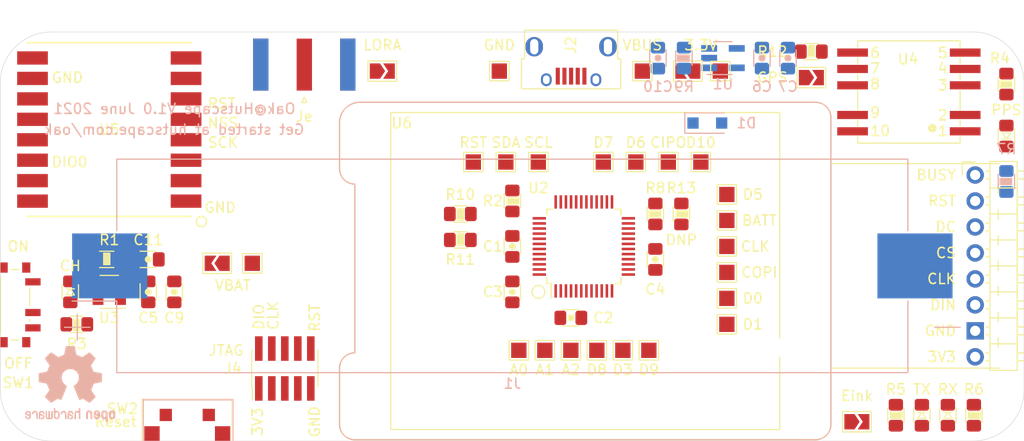
<source format=kicad_pcb>
(kicad_pcb (version 20171130) (host pcbnew "(5.1.9-0-10_14)")
  (title_block (title Oak) (date 2021-05-10) (rev V1.0) (company Hutscape) (comment 1 "Description: Measure outdoor distance between 2 keychain holders") (comment 2 "License: CC-BY-SA 4.0 or TAPR") (comment 3 "Project website: https://hutscape.com/oak") (comment 4 "Authored by: Sayanee Basu <sayanee@gmail.com>"))
  (layers (0 F.Cu signal hide) (31 B.Cu signal) (34 B.Paste user) (35 F.Paste user hide) (36 B.SilkS user) (37 F.SilkS user hide) (38 B.Mask user) (39 F.Mask user hide) (44 Edge.Cuts user))
  (net 0 "")
  (net 1 "Net-(C1-Pad2)")
  (net 2 GND)
  (net 3 +3V3)
  (net 4 "Net-(C5-Pad2)")
  (net 5 "Net-(C6-Pad1)")
  (net 6 /VBUS)
  (net 7 /VBAT)
  (net 8 "Net-(D2-Pad1)")
  (net 9 "Net-(D3-Pad2)")
  (net 10 "Net-(D3-Pad1)")
  (net 11 /TX_LED)
  (net 12 "Net-(D4-Pad2)")
  (net 13 "Net-(D5-Pad2)")
  (net 14 /RX_LED)
  (net 15 "Net-(J1-Pad1)")
  (net 16 "Net-(J2-Pad6)")
  (net 17 "Net-(J2-Pad4)")
  (net 18 /USB_D+)
  (net 19 /USB_D-)
  (net 20 "Net-(J3-Pad1)")
  (net 21 /SWDIO)
  (net 22 /SWCLK)
  (net 23 "Net-(J4-Pad6)")
  (net 24 "Net-(J4-Pad7)")
  (net 25 "Net-(J4-Pad8)")
  (net 26 /RST)
  (net 27 /D0)
  (net 28 /BATT)
  (net 29 /D6)
  (net 30 /D8)
  (net 31 /D10)
  (net 32 /D1)
  (net 33 /D3)
  (net 34 /D5)
  (net 35 /D7)
  (net 36 /D9)
  (net 37 /CIPO)
  (net 38 /SDA)
  (net 39 /A0)
  (net 40 /A2)
  (net 41 /CLK)
  (net 42 /SCL)
  (net 43 /A1)
  (net 44 "Net-(JP3-Pad2)")
  (net 45 "Net-(JP4-Pad2)")
  (net 46 "Net-(JP5-Pad2)")
  (net 47 "Net-(R1-Pad2)")
  (net 48 "Net-(R3-Pad2)")
  (net 49 "Net-(R4-Pad2)")
  (net 50 "Net-(R9-Pad1)")
  (net 51 "Net-(SW1-Pad3)")
  (net 52 "Net-(U1-Pad4)")
  (net 53 "Net-(U2-Pad1)")
  (net 54 "Net-(U2-Pad2)")
  (net 55 "Net-(U2-Pad4)")
  (net 56 "Net-(U2-Pad9)")
  (net 57 "Net-(U2-Pad10)")
  (net 58 "Net-(U2-Pad21)")
  (net 59 "Net-(U2-Pad22)")
  (net 60 "Net-(U2-Pad25)")
  (net 61 "Net-(U2-Pad26)")
  (net 62 "Net-(U2-Pad37)")
  (net 63 "Net-(U2-Pad38)")
  (net 64 "Net-(U2-Pad41)")
  (net 65 "Net-(U2-Pad47)")
  (net 66 "Net-(U4-Pad1)")
  (net 67 "Net-(U4-Pad2)")
  (net 68 "Net-(U4-Pad8)")
  (net 69 "Net-(U4-Pad9)")
  (net 70 "Net-(U5-Pad16)")
  (net 71 "Net-(U5-Pad7)")
  (net 72 "Net-(U5-Pad15)")
  (net 73 "Net-(U5-Pad12)")
  (net 74 "Net-(U5-Pad11)")
  (net 75 /COPI)
  (net 76 "Net-(U2-Pad13)")
  (module Waveshare_1.54_E-ink:Waveshare_1.54_E-Ink (layer F.Cu) (at 151.13 92.71)
    (fp_text reference U6 (at -18.415 -13.97) (layer F.SilkS))
    (fp_text value Waveshare_1in54_epaper)
    (fp_text user 3V3 (at 35.814 8.89) (layer F.SilkS) (effects (justify right)))
    (fp_text user GND (at 35.814 6.35) (layer F.SilkS) (effects (justify right)))
    (fp_text user DIN (at 35.814 3.81) (layer F.SilkS) (effects (justify right)))
    (fp_text user CLK (at 35.814 1.27) (layer F.SilkS) (effects (justify right)))
    (fp_text user CS (at 35.814 -1.27) (layer F.SilkS) (effects (justify right)))
    (fp_text user DC (at 35.814 -3.81) (layer F.SilkS) (effects (justify right)))
    (fp_text user RST (at 35.814 -6.35) (layer F.SilkS) (effects (justify right)))
    (fp_text user BUSY (at 35.814 -8.89) (layer F.SilkS) (effects (justify right)))
    (pad 2 thru_hole oval (at 37.592 -6.35) (size 1.7 1.7) (drill 1) (layers *.Cu *.Mask) (net 30 /D8))
    (pad 1 thru_hole oval (at 37.592 -8.89) (size 1.7 1.7) (drill 1) (layers *.Cu *.Mask) (net 35 /D7))
    (pad 4 thru_hole oval (at 37.592 -1.27) (size 1.7 1.7) (drill 1) (layers *.Cu *.Mask) (net 31 /D10))
    (pad 8 thru_hole oval (at 37.592 8.89) (size 1.7 1.7) (drill 1) (layers *.Cu *.Mask) (net 46 "Net-(JP5-Pad2)"))
    (pad 3 thru_hole oval (at 37.592 -3.81) (size 1.7 1.7) (drill 1) (layers *.Cu *.Mask) (net 36 /D9))
    (pad 7 thru_hole rect (at 37.592 6.35) (size 1.7 1.7) (drill 1) (layers *.Cu *.Mask) (net 2 GND))
    (pad 5 thru_hole oval (at 37.592 1.27) (size 1.7 1.7) (drill 1) (layers *.Cu *.Mask) (net 41 /CLK))
    (pad 6 thru_hole oval (at 37.592 3.81) (size 1.7 1.7) (drill 1) (layers *.Cu *.Mask) (net 75 /COPI))
    (pad "" np_thru_hole circle (at 21 14.5) (size 3.2 3.2) (drill 3.2) (layers *.Cu *.Mask))
    (pad "" np_thru_hole circle (at 21 -13.5) (size 3.2 3.2) (drill 3.2) (layers *.Cu *.Mask))
    (pad "" np_thru_hole circle (at -22 -13.5) (size 3.2 3.2) (drill 3.2) (layers *.Cu *.Mask))
    (pad "" np_thru_hole circle (at -22 14.5) (size 3.2 3.2) (drill 3.2) (layers *.Cu *.Mask))
  )
  (module Symbol:OSHW-Logo2_9.8x8mm_SilkScreen (layer B.Cu) (at 100.33 104.267 180)
    (fp_text reference REF** hide)
    (fp_text value OSHW-Logo2_9.8x8mm_SilkScreen hide)
  )
  (module HopeRF_RFM95:HopeRF_RFM9X-SMD (layer F.Cu) (at 104.14 79.375 180)
    (fp_text reference U5 (at 0 0) (layer F.SilkS))
    (fp_text value RFM95)
    (pad 9 smd rect (at 7 7 180) (size 3 1.3) (drill (offset 0.5 0)) (layers F.Cu F.Paste F.Mask) (net 20 "Net-(J3-Pad1)"))
    (pad 10 smd rect (at 7 5 180) (size 3 1.3) (drill (offset 0.5 0)) (layers F.Cu F.Paste F.Mask) (net 2 GND))
    (pad 11 smd rect (at 7 3 180) (size 3 1.3) (drill (offset 0.5 0)) (layers F.Cu F.Paste F.Mask) (net 74 "Net-(U5-Pad11)"))
    (pad 12 smd rect (at 7 1 180) (size 3 1.3) (drill (offset 0.5 0)) (layers F.Cu F.Paste F.Mask) (net 73 "Net-(U5-Pad12)"))
    (pad 13 smd rect (at 7 -1 180) (size 3 1.3) (drill (offset 0.5 0)) (layers F.Cu F.Paste F.Mask) (net 45 "Net-(JP4-Pad2)"))
    (pad 14 smd rect (at 7 -3 180) (size 3 1.3) (drill (offset 0.5 0)) (layers F.Cu F.Paste F.Mask) (net 32 /D1))
    (pad 15 smd rect (at 7 -5 180) (size 3 1.3) (drill (offset 0.5 0)) (layers F.Cu F.Paste F.Mask) (net 72 "Net-(U5-Pad15)"))
    (pad 8 smd rect (at -7 7 180) (size 3 1.3) (drill (offset -0.5 0)) (layers F.Cu F.Paste F.Mask) (net 2 GND))
    (pad 7 smd rect (at -7 5 180) (size 3 1.3) (drill (offset -0.5 0)) (layers F.Cu F.Paste F.Mask) (net 71 "Net-(U5-Pad7)"))
    (pad 6 smd rect (at -7 3 180) (size 3 1.3) (drill (offset -0.5 0)) (layers F.Cu F.Paste F.Mask) (net 29 /D6))
    (pad 5 smd rect (at -7 1 180) (size 3 1.3) (drill (offset -0.5 0)) (layers F.Cu F.Paste F.Mask) (net 34 /D5))
    (pad 4 smd rect (at -7 -1 180) (size 3 1.3) (drill (offset -0.5 0)) (layers F.Cu F.Paste F.Mask) (net 41 /CLK))
    (pad 3 smd rect (at -7 -3 180) (size 3 1.3) (drill (offset -0.5 0)) (layers F.Cu F.Paste F.Mask) (net 75 /COPI))
    (pad 2 smd rect (at -7 -5 180) (size 3 1.3) (drill (offset -0.5 0)) (layers F.Cu F.Paste F.Mask) (net 37 /CIPO))
    (pad 16 smd rect (at 7 -7 180) (size 3 1.3) (drill (offset 0.5 0)) (layers F.Cu F.Paste F.Mask) (net 70 "Net-(U5-Pad16)"))
    (pad 1 smd rect (at -7 -7 180) (size 3 1.3) (drill (offset -0.5 0)) (layers F.Cu F.Paste F.Mask) (net 2 GND))
  )
  (module CDTop_PA1010D_GPS:CDTop_MT3333_PA1010D (layer F.Cu) (at 182.245 76.2 180)
    (fp_text reference U4 (at 0.07 3.71) (layer F.SilkS))
    (fp_text value PA1010D)
    (fp_text user 10 (at 2.794 -3.302) (layer F.SilkS))
    (fp_text user 9 (at 3.302 -1.524) (layer F.SilkS))
    (fp_text user 8 (at 3.302 1.27) (layer F.SilkS))
    (fp_text user 7 (at 3.302 2.794) (layer F.SilkS))
    (fp_text user 6 (at 3.302 4.318) (layer F.SilkS))
    (fp_text user 5 (at -3.302 4.318) (layer F.SilkS))
    (fp_text user 4 (at -3.302 2.794) (layer F.SilkS))
    (fp_text user 3 (at -3.302 1.143) (layer F.SilkS))
    (fp_text user 2 (at -3.302 -1.778) (layer F.SilkS))
    (fp_text user 1 (at -3.302 -3.302) (layer F.SilkS))
    (pad 10 smd rect (at 5.5 -3.35 180) (size 3 0.8) (layers F.Cu F.Paste F.Mask) (net 44 "Net-(JP3-Pad2)"))
    (pad 9 smd rect (at 5.5 -1.75 180) (size 3 0.8) (layers F.Cu F.Paste F.Mask) (net 69 "Net-(U4-Pad9)"))
    (pad 8 smd rect (at 5.5 1.15 180) (size 3 0.8) (layers F.Cu F.Paste F.Mask) (net 68 "Net-(U4-Pad8)"))
    (pad 7 smd rect (at 5.5 2.75 180) (size 3 0.8) (layers F.Cu F.Paste F.Mask) (net 2 GND))
    (pad 6 smd rect (at 5.5 4.35 180) (size 3 0.8) (layers F.Cu F.Paste F.Mask) (net 33 /D3))
    (pad 5 smd rect (at -5.5 4.35 180) (size 3 0.8) (layers F.Cu F.Paste F.Mask) (net 49 "Net-(R4-Pad2)"))
    (pad 4 smd rect (at -5.5 2.75 180) (size 3 0.8) (layers F.Cu F.Paste F.Mask) (net 27 /D0))
    (pad 3 smd rect (at -5.5 1.15 180) (size 3 0.8) (layers F.Cu F.Paste F.Mask) (net 9 "Net-(D3-Pad2)"))
    (pad 2 smd rect (at -5.5 -1.75 180) (size 3 0.8) (layers F.Cu F.Paste F.Mask) (net 67 "Net-(U4-Pad2)"))
    (pad 1 smd rect (at -5.5 -3.35 180) (size 3 0.8) (layers F.Cu F.Paste F.Mask) (net 66 "Net-(U4-Pad1)"))
    (pad "" np_thru_hole circle (at 0 0 180) (size 3 3) (drill 3) (layers *.Cu *.Mask))
  )
  (module Package_TO_SOT_SMD:SOT-23-5 (layer F.Cu) (at 104.14 95.25 180)
    (fp_text reference U3 (at 0 -2.54) (layer F.SilkS))
    (fp_text value MCP7383 hide)
    (pad 5 smd rect (at 1.1 -0.95 180) (size 1.06 0.65) (layers F.Cu F.Paste F.Mask) (net 48 "Net-(R3-Pad2)"))
    (pad 4 smd rect (at 1.1 0.95 180) (size 1.06 0.65) (layers F.Cu F.Paste F.Mask) (net 6 /VBUS))
    (pad 3 smd rect (at -1.1 0.95 180) (size 1.06 0.65) (layers F.Cu F.Paste F.Mask) (net 4 "Net-(C5-Pad2)"))
    (pad 2 smd rect (at -1.1 0 180) (size 1.06 0.65) (layers F.Cu F.Paste F.Mask) (net 2 GND))
    (pad 1 smd rect (at -1.1 -0.95 180) (size 1.06 0.65) (layers F.Cu F.Paste F.Mask) (net 47 "Net-(R1-Pad2)"))
  )
  (module Package_QFP:TQFP-48_7x7mm_P0.5mm (layer F.Cu) (at 150.495 90.805 90)
    (fp_text reference U2 (at 5.715 -4.445 180) (layer F.SilkS))
    (fp_text value ATSAMD21)
    (pad 48 smd rect (at -2.75 -4.35 180) (size 1.3 0.25) (layers F.Cu F.Paste F.Mask) (net 14 /RX_LED))
    (pad 47 smd rect (at -2.25 -4.35 180) (size 1.3 0.25) (layers F.Cu F.Paste F.Mask) (net 65 "Net-(U2-Pad47)"))
    (pad 46 smd rect (at -1.75 -4.35 180) (size 1.3 0.25) (layers F.Cu F.Paste F.Mask) (net 21 /SWDIO))
    (pad 45 smd rect (at -1.25 -4.35 180) (size 1.3 0.25) (layers F.Cu F.Paste F.Mask) (net 22 /SWCLK))
    (pad 44 smd rect (at -0.75 -4.35 180) (size 1.3 0.25) (layers F.Cu F.Paste F.Mask) (net 3 +3V3))
    (pad 43 smd rect (at -0.25 -4.35 180) (size 1.3 0.25) (layers F.Cu F.Paste F.Mask) (net 1 "Net-(C1-Pad2)"))
    (pad 42 smd rect (at 0.25 -4.35 180) (size 1.3 0.25) (layers F.Cu F.Paste F.Mask) (net 2 GND))
    (pad 41 smd rect (at 0.75 -4.35 180) (size 1.3 0.25) (layers F.Cu F.Paste F.Mask) (net 64 "Net-(U2-Pad41)"))
    (pad 40 smd rect (at 1.25 -4.35 180) (size 1.3 0.25) (layers F.Cu F.Paste F.Mask) (net 26 /RST))
    (pad 39 smd rect (at 1.75 -4.35 180) (size 1.3 0.25) (layers F.Cu F.Paste F.Mask) (net 11 /TX_LED))
    (pad 38 smd rect (at 2.25 -4.35 180) (size 1.3 0.25) (layers F.Cu F.Paste F.Mask) (net 63 "Net-(U2-Pad38)"))
    (pad 37 smd rect (at 2.75 -4.35 180) (size 1.3 0.25) (layers F.Cu F.Paste F.Mask) (net 62 "Net-(U2-Pad37)"))
    (pad 36 smd rect (at 4.35 -2.75 90) (size 1.3 0.25) (layers F.Cu F.Paste F.Mask) (net 3 +3V3))
    (pad 35 smd rect (at 4.35 -2.25 90) (size 1.3 0.25) (layers F.Cu F.Paste F.Mask) (net 2 GND))
    (pad 34 smd rect (at 4.35 -1.75 90) (size 1.3 0.25) (layers F.Cu F.Paste F.Mask) (net 18 /USB_D+))
    (pad 33 smd rect (at 4.35 -1.25 90) (size 1.3 0.25) (layers F.Cu F.Paste F.Mask) (net 19 /USB_D-))
    (pad 32 smd rect (at 4.35 -0.75 90) (size 1.3 0.25) (layers F.Cu F.Paste F.Mask) (net 42 /SCL))
    (pad 31 smd rect (at 4.35 -0.25 90) (size 1.3 0.25) (layers F.Cu F.Paste F.Mask) (net 38 /SDA))
    (pad 30 smd rect (at 4.35 0.25 90) (size 1.3 0.25) (layers F.Cu F.Paste F.Mask) (net 35 /D7))
    (pad 29 smd rect (at 4.35 0.75 90) (size 1.3 0.25) (layers F.Cu F.Paste F.Mask) (net 29 /D6))
    (pad 28 smd rect (at 4.35 1.25 90) (size 1.3 0.25) (layers F.Cu F.Paste F.Mask) (net 37 /CIPO))
    (pad 27 smd rect (at 4.35 1.75 90) (size 1.3 0.25) (layers F.Cu F.Paste F.Mask) (net 31 /D10))
    (pad 26 smd rect (at 4.35 2.25 90) (size 1.3 0.25) (layers F.Cu F.Paste F.Mask) (net 61 "Net-(U2-Pad26)"))
    (pad 25 smd rect (at 4.35 2.75 90) (size 1.3 0.25) (layers F.Cu F.Paste F.Mask) (net 60 "Net-(U2-Pad25)"))
    (pad 24 smd rect (at 2.75 4.35 180) (size 1.3 0.25) (layers F.Cu F.Paste F.Mask) (net 34 /D5))
    (pad 23 smd rect (at 2.25 4.35 180) (size 1.3 0.25) (layers F.Cu F.Paste F.Mask) (net 28 /BATT))
    (pad 22 smd rect (at 1.75 4.35 180) (size 1.3 0.25) (layers F.Cu F.Paste F.Mask) (net 59 "Net-(U2-Pad22)"))
    (pad 21 smd rect (at 1.25 4.35 180) (size 1.3 0.25) (layers F.Cu F.Paste F.Mask) (net 58 "Net-(U2-Pad21)"))
    (pad 20 smd rect (at 0.75 4.35 180) (size 1.3 0.25) (layers F.Cu F.Paste F.Mask) (net 41 /CLK))
    (pad 19 smd rect (at 0.25 4.35 180) (size 1.3 0.25) (layers F.Cu F.Paste F.Mask) (net 75 /COPI))
    (pad 18 smd rect (at -0.25 4.35 180) (size 1.3 0.25) (layers F.Cu F.Paste F.Mask) (net 2 GND))
    (pad 17 smd rect (at -0.75 4.35 180) (size 1.3 0.25) (layers F.Cu F.Paste F.Mask) (net 3 +3V3))
    (pad 16 smd rect (at -1.25 4.35 180) (size 1.3 0.25) (layers F.Cu F.Paste F.Mask) (net 27 /D0))
    (pad 15 smd rect (at -1.75 4.35 180) (size 1.3 0.25) (layers F.Cu F.Paste F.Mask) (net 32 /D1))
    (pad 14 smd rect (at -2.25 4.35 180) (size 1.3 0.25) (layers F.Cu F.Paste F.Mask) (net 33 /D3))
    (pad 13 smd rect (at -2.75 4.35 180) (size 1.3 0.25) (layers F.Cu F.Paste F.Mask) (net 76 "Net-(U2-Pad13)"))
    (pad 12 smd rect (at -4.35 2.75 90) (size 1.3 0.25) (layers F.Cu F.Paste F.Mask) (net 36 /D9))
    (pad 11 smd rect (at -4.35 2.25 90) (size 1.3 0.25) (layers F.Cu F.Paste F.Mask) (net 30 /D8))
    (pad 10 smd rect (at -4.35 1.75 90) (size 1.3 0.25) (layers F.Cu F.Paste F.Mask) (net 57 "Net-(U2-Pad10)"))
    (pad 9 smd rect (at -4.35 1.25 90) (size 1.3 0.25) (layers F.Cu F.Paste F.Mask) (net 56 "Net-(U2-Pad9)"))
    (pad 8 smd rect (at -4.35 0.75 90) (size 1.3 0.25) (layers F.Cu F.Paste F.Mask) (net 40 /A2))
    (pad 7 smd rect (at -4.35 0.25 90) (size 1.3 0.25) (layers F.Cu F.Paste F.Mask) (net 43 /A1))
    (pad 6 smd rect (at -4.35 -0.25 90) (size 1.3 0.25) (layers F.Cu F.Paste F.Mask) (net 3 +3V3))
    (pad 5 smd rect (at -4.35 -0.75 90) (size 1.3 0.25) (layers F.Cu F.Paste F.Mask) (net 2 GND))
    (pad 4 smd rect (at -4.35 -1.25 90) (size 1.3 0.25) (layers F.Cu F.Paste F.Mask) (net 55 "Net-(U2-Pad4)"))
    (pad 3 smd rect (at -4.35 -1.75 90) (size 1.3 0.25) (layers F.Cu F.Paste F.Mask) (net 39 /A0))
    (pad 2 smd rect (at -4.35 -2.25 90) (size 1.3 0.25) (layers F.Cu F.Paste F.Mask) (net 54 "Net-(U2-Pad2)"))
    (pad 1 smd rect (at -4.35 -2.75 90) (size 1.3 0.25) (layers F.Cu F.Paste F.Mask) (net 53 "Net-(U2-Pad1)"))
  )
  (module Package_TO_SOT_SMD:SOT-23-5_HandSoldering (layer B.Cu) (at 164.084 72.39)
    (fp_text reference U1 (at 0 2.54) (layer B.SilkS) (effects (justify mirror)))
    (fp_text value AP2112)
    (pad 5 smd rect (at 1.35 0.95) (size 1.56 0.65) (layers B.Cu B.Paste B.Mask) (net 5 "Net-(C6-Pad1)"))
    (pad 4 smd rect (at 1.35 -0.95) (size 1.56 0.65) (layers B.Cu B.Paste B.Mask) (net 52 "Net-(U1-Pad4)"))
    (pad 3 smd rect (at -1.35 -0.95) (size 1.56 0.65) (layers B.Cu B.Paste B.Mask) (net 50 "Net-(R9-Pad1)"))
    (pad 2 smd rect (at -1.35 0) (size 1.56 0.65) (layers B.Cu B.Paste B.Mask) (net 2 GND))
    (pad 1 smd rect (at -1.35 0.95) (size 1.56 0.65) (layers B.Cu B.Paste B.Mask) (net 6 /VBUS))
  )
  (module Push_Button:Tactile_pushbutton (layer F.Cu) (at 111.76 108.585 180)
    (fp_text reference SW2 (at 6.35 1.905) (layer F.SilkS))
    (fp_text value SW_Push)
    (pad "" smd rect (at -3.45 -0.55 180) (size 1.5 1.5) (layers F.Cu F.Paste F.Mask))
    (pad "" np_thru_hole circle (at 1.15 0 180) (size 0.9 0.9) (drill 0.9) (layers *.Cu *.Mask))
    (pad 1 smd rect (at -2.1 1.3 180) (size 1.2 1.2) (layers F.Cu F.Paste F.Mask) (net 26 /RST))
    (pad 2 smd rect (at 2.1 1.3 180) (size 1.2 1.2) (layers F.Cu F.Paste F.Mask) (net 2 GND))
    (pad "" np_thru_hole circle (at -1.15 0 180) (size 0.9 0.9) (drill 0.9) (layers *.Cu *.Mask))
    (pad "" smd rect (at 3.45 -0.55 180) (size 1.5 1.5) (layers F.Cu F.Paste F.Mask))
  )
  (module Button_Switch_SMD:SW_SPDT_PCM12 (layer F.Cu) (at 95.25 96.52 270)
    (fp_text reference SW1 (at 7.62 0 180) (layer F.SilkS))
    (fp_text value SW_SPDT hide)
    (pad "" smd rect (at -3.65 -0.78 270) (size 1 0.8) (layers F.Cu F.Paste F.Mask))
    (pad "" smd rect (at 3.65 -0.78 270) (size 1 0.8) (layers F.Cu F.Paste F.Mask))
    (pad "" smd rect (at 3.65 1.43 270) (size 1 0.8) (layers F.Cu F.Paste F.Mask))
    (pad "" smd rect (at -3.65 1.43 270) (size 1 0.8) (layers F.Cu F.Paste F.Mask))
    (pad 3 smd rect (at 2.25 -1.43 270) (size 0.7 1.5) (layers F.Cu F.Paste F.Mask) (net 51 "Net-(SW1-Pad3)"))
    (pad 2 smd rect (at 0.75 -1.43 270) (size 0.7 1.5) (layers F.Cu F.Paste F.Mask) (net 7 /VBAT))
    (pad 1 smd rect (at -2.25 -1.43 270) (size 0.7 1.5) (layers F.Cu F.Paste F.Mask) (net 15 "Net-(J1-Pad1)"))
    (pad "" np_thru_hole circle (at 1.5 0.33 270) (size 0.9 0.9) (drill 0.9) (layers *.Cu *.Mask))
    (pad "" np_thru_hole circle (at -1.5 0.33 270) (size 0.9 0.9) (drill 0.9) (layers *.Cu *.Mask))
  )
  (module Passives_0805:R_0805_2012Metric_Pad1.15x1.40mm_HandSolder (layer F.Cu) (at 160.02 87.63 270)
    (fp_text reference R13 (at -2.54 0 180) (layer F.SilkS))
    (fp_text value DNP)
    (pad 2 smd roundrect (at 1.025 0 270) (size 1.15 1.4) (layers F.Cu F.Paste F.Mask) (roundrect_rratio 0.217391) (net 41 /CLK))
    (pad 1 smd roundrect (at -1.025 0 270) (size 1.15 1.4) (layers F.Cu F.Paste F.Mask) (roundrect_rratio 0.217391) (net 3 +3V3))
  )
  (module Passives_0805:R_0805_2012Metric_Pad1.15x1.40mm_HandSolder (layer F.Cu) (at 172.72 71.755)
    (fp_text reference R12 (at -3.81 0) (layer F.SilkS))
    (fp_text value 10k)
    (pad 2 smd roundrect (at 1.025 0) (size 1.15 1.4) (layers F.Cu F.Paste F.Mask) (roundrect_rratio 0.217391) (net 33 /D3))
    (pad 1 smd roundrect (at -1.025 0) (size 1.15 1.4) (layers F.Cu F.Paste F.Mask) (roundrect_rratio 0.217391) (net 3 +3V3))
  )
  (module Passives_0805:R_0805_2012Metric_Pad1.15x1.40mm_HandSolder (layer F.Cu) (at 138.43 90.17)
    (fp_text reference R11 (at 0 1.905) (layer F.SilkS))
    (fp_text value 100k)
    (pad 2 smd roundrect (at 1.025 0) (size 1.15 1.4) (layers F.Cu F.Paste F.Mask) (roundrect_rratio 0.217391) (net 2 GND))
    (pad 1 smd roundrect (at -1.025 0) (size 1.15 1.4) (layers F.Cu F.Paste F.Mask) (roundrect_rratio 0.217391) (net 28 /BATT))
  )
  (module Passives_0805:R_0805_2012Metric_Pad1.15x1.40mm_HandSolder (layer F.Cu) (at 138.43 87.63 180)
    (fp_text reference R10 (at 0 1.905) (layer F.SilkS))
    (fp_text value 100k)
    (pad 2 smd roundrect (at 1.025 0 180) (size 1.15 1.4) (layers F.Cu F.Paste F.Mask) (roundrect_rratio 0.217391) (net 28 /BATT))
    (pad 1 smd roundrect (at -1.025 0 180) (size 1.15 1.4) (layers F.Cu F.Paste F.Mask) (roundrect_rratio 0.217391) (net 3 +3V3))
  )
  (module Passives_0805:R_0805_2012Metric_Pad1.15x1.40mm_HandSolder (layer B.Cu) (at 160.274 72.39 270)
    (fp_text reference R9 (at 2.785 0 180) (layer B.SilkS) (effects (justify mirror)))
    (fp_text value 100k)
    (pad 2 smd roundrect (at 1.025 0 270) (size 1.15 1.4) (layers B.Cu B.Paste B.Mask) (roundrect_rratio 0.217391) (net 6 /VBUS))
    (pad 1 smd roundrect (at -1.025 0 270) (size 1.15 1.4) (layers B.Cu B.Paste B.Mask) (roundrect_rratio 0.217391) (net 50 "Net-(R9-Pad1)"))
  )
  (module Passives_0805:R_0805_2012Metric_Pad1.15x1.40mm_HandSolder (layer F.Cu) (at 157.48 87.63 90)
    (fp_text reference R8 (at 2.54 0 180) (layer F.SilkS))
    (fp_text value 1k)
    (pad 2 smd roundrect (at 1.025 0 90) (size 1.15 1.4) (layers F.Cu F.Paste F.Mask) (roundrect_rratio 0.217391) (net 2 GND))
    (pad 1 smd roundrect (at -1.025 0 90) (size 1.15 1.4) (layers F.Cu F.Paste F.Mask) (roundrect_rratio 0.217391) (net 41 /CLK))
  )
  (module Passives_0805:R_0805_2012Metric_Pad1.15x1.40mm_HandSolder (layer B.Cu) (at 191.77 84.455 270)
    (fp_text reference R7 (at -3.175 0 180) (layer B.SilkS) (effects (justify mirror)))
    (fp_text value 1k)
    (pad 2 smd roundrect (at 1.025 0 270) (size 1.15 1.4) (layers B.Cu B.Paste B.Mask) (roundrect_rratio 0.217391) (net 2 GND))
    (pad 1 smd roundrect (at -1.025 0 270) (size 1.15 1.4) (layers B.Cu B.Paste B.Mask) (roundrect_rratio 0.217391) (net 10 "Net-(D3-Pad1)"))
  )
  (module Passives_0805:R_0805_2012Metric_Pad1.15x1.40mm_HandSolder (layer F.Cu) (at 188.595 107.315 270)
    (fp_text reference R6 (at -2.54 0 180) (layer F.SilkS))
    (fp_text value 1k)
    (pad 2 smd roundrect (at 1.025 0 270) (size 1.15 1.4) (layers F.Cu F.Paste F.Mask) (roundrect_rratio 0.217391) (net 13 "Net-(D5-Pad2)"))
    (pad 1 smd roundrect (at -1.025 0 270) (size 1.15 1.4) (layers F.Cu F.Paste F.Mask) (roundrect_rratio 0.217391) (net 3 +3V3))
  )
  (module Passives_0805:R_0805_2012Metric_Pad1.15x1.40mm_HandSolder (layer F.Cu) (at 180.975 107.315 270)
    (fp_text reference R5 (at -2.54 0 180) (layer F.SilkS))
    (fp_text value 1k)
    (pad 2 smd roundrect (at 1.025 0 270) (size 1.15 1.4) (layers F.Cu F.Paste F.Mask) (roundrect_rratio 0.217391) (net 12 "Net-(D4-Pad2)"))
    (pad 1 smd roundrect (at -1.025 0 270) (size 1.15 1.4) (layers F.Cu F.Paste F.Mask) (roundrect_rratio 0.217391) (net 3 +3V3))
  )
  (module Passives_0805:R_0805_2012Metric_Pad1.15x1.40mm_HandSolder (layer F.Cu) (at 191.77 74.93 90)
    (fp_text reference R4 (at 2.54 -0.635 180) (layer F.SilkS))
    (fp_text value 10k)
    (pad 2 smd roundrect (at 1.025 0 90) (size 1.15 1.4) (layers F.Cu F.Paste F.Mask) (roundrect_rratio 0.217391) (net 49 "Net-(R4-Pad2)"))
    (pad 1 smd roundrect (at -1.025 0 90) (size 1.15 1.4) (layers F.Cu F.Paste F.Mask) (roundrect_rratio 0.217391) (net 3 +3V3))
  )
  (module Passives_0805:R_0805_2012Metric_Pad1.15x1.40mm_HandSolder (layer F.Cu) (at 100.965 98.425 180)
    (fp_text reference R3 (at 0 -1.905) (layer F.SilkS))
    (fp_text value 10k)
    (pad 2 smd roundrect (at 1.025 0 180) (size 1.15 1.4) (layers F.Cu F.Paste F.Mask) (roundrect_rratio 0.217391) (net 48 "Net-(R3-Pad2)"))
    (pad 1 smd roundrect (at -1.025 0 180) (size 1.15 1.4) (layers F.Cu F.Paste F.Mask) (roundrect_rratio 0.217391) (net 2 GND))
  )
  (module Passives_0805:R_0805_2012Metric_Pad1.15x1.40mm_HandSolder (layer F.Cu) (at 143.51 86.36 270)
    (fp_text reference R2 (at 0 1.905 180) (layer F.SilkS))
    (fp_text value 10k)
    (pad 2 smd roundrect (at 1.025 0 270) (size 1.15 1.4) (layers F.Cu F.Paste F.Mask) (roundrect_rratio 0.217391) (net 26 /RST))
    (pad 1 smd roundrect (at -1.025 0 270) (size 1.15 1.4) (layers F.Cu F.Paste F.Mask) (roundrect_rratio 0.217391) (net 3 +3V3))
  )
  (module Passives_0805:R_0805_2012Metric_Pad1.15x1.40mm_HandSolder (layer F.Cu) (at 103.895 92.075)
    (fp_text reference R1 (at 0.245 -1.905) (layer F.SilkS))
    (fp_text value 1k)
    (pad 2 smd roundrect (at 1.025 0) (size 1.15 1.4) (layers F.Cu F.Paste F.Mask) (roundrect_rratio 0.217391) (net 47 "Net-(R1-Pad2)"))
    (pad 1 smd roundrect (at -1.025 0) (size 1.15 1.4) (layers F.Cu F.Paste F.Mask) (roundrect_rratio 0.217391) (net 8 "Net-(D2-Pad1)"))
  )
  (module Jumper:SolderJumper-2_P1.3mm_Open_TrianglePad1.0x1.5mm (layer F.Cu) (at 177.165 107.95)
    (fp_text reference JP5 hide)
    (fp_text value SolderJumper_2_Open hide)
    (pad 1 smd custom (at -0.725 0) (size 0.3 0.3) (layers F.Cu F.Mask) (net 3 +3V3) (options (clearance outline) (anchor rect)) (primitives (gr_poly (pts (xy -0.5 -0.75) (xy 0.5 -0.75) (xy 1 0) (xy 0.5 0.75) (xy -0.5 0.75)) (width 0))))
    (pad 2 smd custom (at 0.725 0) (size 0.3 0.3) (layers F.Cu F.Mask) (net 46 "Net-(JP5-Pad2)") (options (clearance outline) (anchor rect)) (primitives (gr_poly (pts (xy -0.65 -0.75) (xy 0.5 -0.75) (xy 0.5 0.75) (xy -0.65 0.75) (xy -0.15 0)) (width 0))))
  )
  (module Jumper:SolderJumper-2_P1.3mm_Open_TrianglePad1.0x1.5mm (layer F.Cu) (at 130.81 73.66)
    (fp_text reference JP4 hide)
    (fp_text value SolderJumper_2_Open hide)
    (pad 1 smd custom (at -0.725 0) (size 0.3 0.3) (layers F.Cu F.Mask) (net 3 +3V3) (options (clearance outline) (anchor rect)) (primitives (gr_poly (pts (xy -0.5 -0.75) (xy 0.5 -0.75) (xy 1 0) (xy 0.5 0.75) (xy -0.5 0.75)) (width 0))))
    (pad 2 smd custom (at 0.725 0) (size 0.3 0.3) (layers F.Cu F.Mask) (net 45 "Net-(JP4-Pad2)") (options (clearance outline) (anchor rect)) (primitives (gr_poly (pts (xy -0.65 -0.75) (xy 0.5 -0.75) (xy 0.5 0.75) (xy -0.65 0.75) (xy -0.15 0)) (width 0))))
  )
  (module Jumper:SolderJumper-2_P1.3mm_Open_TrianglePad1.0x1.5mm (layer F.Cu) (at 172.72 74.295)
    (fp_text reference JP3 hide)
    (fp_text value SolderJumper_2_Open hide)
    (pad 1 smd custom (at -0.725 0) (size 0.3 0.3) (layers F.Cu F.Mask) (net 3 +3V3) (options (clearance outline) (anchor rect)) (primitives (gr_poly (pts (xy -0.5 -0.75) (xy 0.5 -0.75) (xy 1 0) (xy 0.5 0.75) (xy -0.5 0.75)) (width 0))))
    (pad 2 smd custom (at 0.725 0) (size 0.3 0.3) (layers F.Cu F.Mask) (net 44 "Net-(JP3-Pad2)") (options (clearance outline) (anchor rect)) (primitives (gr_poly (pts (xy -0.65 -0.75) (xy 0.5 -0.75) (xy 0.5 0.75) (xy -0.65 0.75) (xy -0.15 0)) (width 0))))
  )
  (module Jumper:SolderJumper-2_P1.3mm_Open_TrianglePad1.0x1.5mm (layer F.Cu) (at 114.681 92.456 180)
    (fp_text reference JP2 hide)
    (fp_text value SolderJumper_2_Open hide)
    (pad 1 smd custom (at -0.725 0 180) (size 0.3 0.3) (layers F.Cu F.Mask) (net 7 /VBAT) (options (clearance outline) (anchor rect)) (primitives (gr_poly (pts (xy -0.5 -0.75) (xy 0.5 -0.75) (xy 1 0) (xy 0.5 0.75) (xy -0.5 0.75)) (width 0))))
    (pad 2 smd custom (at 0.725 0 180) (size 0.3 0.3) (layers F.Cu F.Mask) (net 4 "Net-(C5-Pad2)") (options (clearance outline) (anchor rect)) (primitives (gr_poly (pts (xy -0.65 -0.75) (xy 0.5 -0.75) (xy 0.5 0.75) (xy -0.65 0.75) (xy -0.15 0)) (width 0))))
  )
  (module Jumper:SolderJumper-2_P1.3mm_Open_TrianglePad1.0x1.5mm (layer F.Cu) (at 160.655 73.66 180)
    (fp_text reference JP1 hide)
    (fp_text value SolderJumper_2_Open hide)
    (pad 1 smd custom (at -0.725 0 180) (size 0.3 0.3) (layers F.Cu F.Mask) (net 3 +3V3) (options (clearance outline) (anchor rect)) (primitives (gr_poly (pts (xy -0.5 -0.75) (xy 0.5 -0.75) (xy 1 0) (xy 0.5 0.75) (xy -0.5 0.75)) (width 0))))
    (pad 2 smd custom (at 0.725 0 180) (size 0.3 0.3) (layers F.Cu F.Mask) (net 5 "Net-(C6-Pad1)") (options (clearance outline) (anchor rect)) (primitives (gr_poly (pts (xy -0.65 -0.75) (xy 0.5 -0.75) (xy 0.5 0.75) (xy -0.65 0.75) (xy -0.15 0)) (width 0))))
  )
  (module Connector_PinHeader_1.27mm:PinHeader_2x05_P1.27mm_Vertical_SMD (layer F.Cu) (at 121.285 102.743 90)
    (fp_text reference J4 (at 0 -5.08 180) (layer F.SilkS))
    (fp_text value Conn_ARM_JTAG_SWD_10 hide)
    (pad 10 smd rect (at 1.95 2.54 90) (size 2.4 0.74) (layers F.Cu F.Paste F.Mask) (net 26 /RST))
    (pad 9 smd rect (at -1.95 2.54 90) (size 2.4 0.74) (layers F.Cu F.Paste F.Mask) (net 2 GND))
    (pad 8 smd rect (at 1.95 1.27 90) (size 2.4 0.74) (layers F.Cu F.Paste F.Mask) (net 25 "Net-(J4-Pad8)"))
    (pad 7 smd rect (at -1.95 1.27 90) (size 2.4 0.74) (layers F.Cu F.Paste F.Mask) (net 24 "Net-(J4-Pad7)"))
    (pad 6 smd rect (at 1.95 0 90) (size 2.4 0.74) (layers F.Cu F.Paste F.Mask) (net 23 "Net-(J4-Pad6)"))
    (pad 5 smd rect (at -1.95 0 90) (size 2.4 0.74) (layers F.Cu F.Paste F.Mask) (net 2 GND))
    (pad 4 smd rect (at 1.95 -1.27 90) (size 2.4 0.74) (layers F.Cu F.Paste F.Mask) (net 22 /SWCLK))
    (pad 3 smd rect (at -1.95 -1.27 90) (size 2.4 0.74) (layers F.Cu F.Paste F.Mask) (net 2 GND))
    (pad 2 smd rect (at 1.95 -2.54 90) (size 2.4 0.74) (layers F.Cu F.Paste F.Mask) (net 21 /SWDIO))
    (pad 1 smd rect (at -1.95 -2.54 90) (size 2.4 0.74) (layers F.Cu F.Paste F.Mask) (net 3 +3V3))
  )
  (module Connector_Coaxial:SMA_Amphenol_132289_EdgeMount (layer F.Cu) (at 123.19 73.025 90)
    (fp_text reference Je (at -5.08 0) (layer F.SilkS))
    (fp_text value Conn_Coaxial)
    (pad 1 smd rect (at 0 0 180) (size 1.5 5.08) (layers F.Cu F.Paste F.Mask) (net 20 "Net-(J3-Pad1)"))
    (pad 2 smd rect (at 0 -4.25 180) (size 1.5 5.08) (layers F.Cu F.Paste F.Mask) (net 2 GND))
    (pad 2 smd rect (at 0 4.25 180) (size 1.5 5.08) (layers F.Cu F.Paste F.Mask) (net 2 GND))
    (pad 2 smd rect (at 0 -4.25 180) (size 1.5 5.08) (layers B.Cu B.Paste B.Mask) (net 2 GND))
    (pad 2 smd rect (at 0 4.25 180) (size 1.5 5.08) (layers B.Cu B.Paste B.Mask) (net 2 GND))
  )
  (module Connector_USB-B_Horizontal:USB_Micro-B_Horizontal-U254-051T-4BH23-S2B (layer F.Cu) (at 149.225 72.39 180)
    (fp_text reference J2 (at 0 1.27 270) (layer F.SilkS))
    (fp_text value USB_B_Micro)
    (pad 1 smd rect (at -1.325 -1.765 270) (size 1.65 0.4) (layers F.Cu F.Paste F.Mask) (net 6 /VBUS))
    (pad 2 smd rect (at -0.675 -1.765 270) (size 1.65 0.4) (layers F.Cu F.Paste F.Mask) (net 19 /USB_D-))
    (pad 3 smd rect (at -0.025 -1.765 270) (size 1.65 0.4) (layers F.Cu F.Paste F.Mask) (net 18 /USB_D+))
    (pad 4 smd rect (at 0.625 -1.765 270) (size 1.65 0.4) (layers F.Cu F.Paste F.Mask) (net 17 "Net-(J2-Pad4)"))
    (pad 5 smd rect (at 1.275 -1.765 270) (size 1.65 0.4) (layers F.Cu F.Paste F.Mask) (net 2 GND))
    (pad 6 thru_hole oval (at -2.445 -2.1136 180) (size 1.05 1.25) (drill oval 0.65 0.85) (layers *.Cu *.Mask) (net 16 "Net-(J2-Pad6)"))
    (pad 6 thru_hole oval (at 2.395 -2.1136 180) (size 1.05 1.25) (drill oval 0.65 0.85) (layers *.Cu *.Mask) (net 16 "Net-(J2-Pad6)"))
    (pad 6 thru_hole oval (at -3.625 1.115 180) (size 1.7 1.9) (drill oval 0.8 1.5) (layers *.Cu *.Mask) (net 16 "Net-(J2-Pad6)"))
    (pad 6 thru_hole oval (at 3.575 1.115 180) (size 1.7 1.9) (drill oval 0.8 1.5) (layers *.Cu *.Mask) (net 16 "Net-(J2-Pad6)"))
  )
  (module Battery:BatteryHolder_Keystone_1042_1x18650 (layer B.Cu) (at 143.51 92.71)
    (fp_text reference J1 (at 0 11.5) (layer B.SilkS) (effects (justify mirror)))
    (fp_text value "18650 Battery holder")
    (pad "" np_thru_hole circle (at -35.93 8) (size 2.39 2.39) (drill 2.39) (layers *.Cu *.Mask))
    (pad "" np_thru_hole circle (at -27.6 -8) (size 3.45 3.45) (drill 3.45) (layers *.Cu *.Mask))
    (pad "" np_thru_hole circle (at 27.6 8) (size 3.45 3.45) (drill 3.45) (layers *.Cu *.Mask))
    (pad 2 smd rect (at 39.33 0) (size 7.34 6.35) (layers B.Cu B.Paste B.Mask) (net 2 GND))
    (pad 1 smd rect (at -39.33 0) (size 7.34 6.35) (layers B.Cu B.Paste B.Mask) (net 15 "Net-(J1-Pad1)"))
  )
  (module Passives_0805:LED_0805_2012Metric_Pad1.15x1.40mm_HandSolder (layer F.Cu) (at 186.055 107.315 270)
    (fp_text reference D5 hide)
    (fp_text value YELLOW hide)
    (pad 2 smd roundrect (at 1.025 0 270) (size 1.15 1.4) (layers F.Cu F.Paste F.Mask) (roundrect_rratio 0.217) (net 13 "Net-(D5-Pad2)"))
    (pad 1 smd roundrect (at -1.025 0 270) (size 1.15 1.4) (layers F.Cu F.Paste F.Mask) (roundrect_rratio 0.217) (net 14 /RX_LED))
  )
  (module Passives_0805:LED_0805_2012Metric_Pad1.15x1.40mm_HandSolder (layer F.Cu) (at 183.515 107.315 270)
    (fp_text reference D4 hide)
    (fp_text value YELLOW hide)
    (pad 2 smd roundrect (at 1.025 0 270) (size 1.15 1.4) (layers F.Cu F.Paste F.Mask) (roundrect_rratio 0.217) (net 12 "Net-(D4-Pad2)"))
    (pad 1 smd roundrect (at -1.025 0 270) (size 1.15 1.4) (layers F.Cu F.Paste F.Mask) (roundrect_rratio 0.217) (net 11 /TX_LED))
  )
  (module Passives_0805:LED_0805_2012Metric_Pad1.15x1.40mm_HandSolder (layer F.Cu) (at 191.77 80.01 90)
    (fp_text reference D3 hide)
    (fp_text value RED)
    (pad 2 smd roundrect (at 1.025 0 90) (size 1.15 1.4) (layers F.Cu F.Paste F.Mask) (roundrect_rratio 0.217) (net 9 "Net-(D3-Pad2)"))
    (pad 1 smd roundrect (at -1.025 0 90) (size 1.15 1.4) (layers F.Cu F.Paste F.Mask) (roundrect_rratio 0.217) (net 10 "Net-(D3-Pad1)"))
  )
  (module Passives_0805:LED_0805_2012Metric_Pad1.15x1.40mm_HandSolder (layer F.Cu) (at 100.33 95.25 270)
    (fp_text reference D2 hide)
    (fp_text value ORANGE)
    (pad 2 smd roundrect (at 1.025 0 270) (size 1.15 1.4) (layers F.Cu F.Paste F.Mask) (roundrect_rratio 0.217) (net 6 /VBUS))
    (pad 1 smd roundrect (at -1.025 0 270) (size 1.15 1.4) (layers F.Cu F.Paste F.Mask) (roundrect_rratio 0.217) (net 8 "Net-(D2-Pad1)"))
  )
  (module Diode_SMD:D_SOD-123F (layer B.Cu) (at 162.56 78.74)
    (fp_text reference D1 (at 3.81 0) (layer B.SilkS) (effects (justify mirror)))
    (fp_text value D_Schottky)
    (pad 2 smd rect (at 1.4 0) (size 1.1 1.1) (layers B.Cu B.Paste B.Mask) (net 7 /VBAT))
    (pad 1 smd rect (at -1.4 0) (size 1.1 1.1) (layers B.Cu B.Paste B.Mask) (net 6 /VBUS))
  )
  (module Passives_0805:C_0805_2012Metric_Pad1.15x1.40mm_HandSolder (layer F.Cu) (at 107.95 92.075 180)
    (fp_text reference C11 (at 0 1.905) (layer F.SilkS))
    (fp_text value 10uF)
    (pad 2 smd roundrect (at 1.025 0 180) (size 1.15 1.4) (layers F.Cu F.Paste F.Mask) (roundrect_rratio 0.217391) (net 6 /VBUS))
    (pad 1 smd roundrect (at -1.025 0 180) (size 1.15 1.4) (layers F.Cu F.Paste F.Mask) (roundrect_rratio 0.217391) (net 2 GND))
  )
  (module Passives_0805:C_0805_2012Metric_Pad1.15x1.40mm_HandSolder (layer B.Cu) (at 157.734 72.39 90)
    (fp_text reference C10 (at -2.785 0 -180) (layer B.SilkS) (effects (justify mirror)))
    (fp_text value 10uF)
    (pad 2 smd roundrect (at 1.025 0 90) (size 1.15 1.4) (layers B.Cu B.Paste B.Mask) (roundrect_rratio 0.217391) (net 2 GND))
    (pad 1 smd roundrect (at -1.025 0 90) (size 1.15 1.4) (layers B.Cu B.Paste B.Mask) (roundrect_rratio 0.217391) (net 6 /VBUS))
  )
  (module Passives_0805:C_0805_2012Metric_Pad1.15x1.40mm_HandSolder (layer F.Cu) (at 110.49 95.25 90)
    (fp_text reference C9 (at -2.54 0 180) (layer F.SilkS))
    (fp_text value 1uF)
    (pad 2 smd roundrect (at 1.025 0 90) (size 1.15 1.4) (layers F.Cu F.Paste F.Mask) (roundrect_rratio 0.217391) (net 4 "Net-(C5-Pad2)"))
    (pad 1 smd roundrect (at -1.025 0 90) (size 1.15 1.4) (layers F.Cu F.Paste F.Mask) (roundrect_rratio 0.217391) (net 2 GND))
  )
  (module Passives_0805:C_0805_2012Metric_Pad1.15x1.40mm_HandSolder (layer B.Cu) (at 170.434 72.39 90)
    (fp_text reference C7 (at -2.785 0 -180) (layer B.SilkS) (effects (justify mirror)))
    (fp_text value 1uF)
    (pad 2 smd roundrect (at 1.025 0 90) (size 1.15 1.4) (layers B.Cu B.Paste B.Mask) (roundrect_rratio 0.217391) (net 2 GND))
    (pad 1 smd roundrect (at -1.025 0 90) (size 1.15 1.4) (layers B.Cu B.Paste B.Mask) (roundrect_rratio 0.217391) (net 5 "Net-(C6-Pad1)"))
  )
  (module Passives_0805:C_0805_2012Metric_Pad1.15x1.40mm_HandSolder (layer B.Cu) (at 167.894 72.39 90)
    (fp_text reference C6 (at -2.785 0 -180) (layer B.SilkS) (effects (justify mirror)))
    (fp_text value 10uF)
    (pad 2 smd roundrect (at 1.025 0 90) (size 1.15 1.4) (layers B.Cu B.Paste B.Mask) (roundrect_rratio 0.217391) (net 2 GND))
    (pad 1 smd roundrect (at -1.025 0 90) (size 1.15 1.4) (layers B.Cu B.Paste B.Mask) (roundrect_rratio 0.217391) (net 5 "Net-(C6-Pad1)"))
  )
  (module Passives_0805:C_0805_2012Metric_Pad1.15x1.40mm_HandSolder (layer F.Cu) (at 107.95 95.25 90)
    (fp_text reference C5 (at -2.54 0 180) (layer F.SilkS))
    (fp_text value 10uF)
    (pad 2 smd roundrect (at 1.025 0 90) (size 1.15 1.4) (layers F.Cu F.Paste F.Mask) (roundrect_rratio 0.217391) (net 4 "Net-(C5-Pad2)"))
    (pad 1 smd roundrect (at -1.025 0 90) (size 1.15 1.4) (layers F.Cu F.Paste F.Mask) (roundrect_rratio 0.217391) (net 2 GND))
  )
  (module Passives_0805:C_0805_2012Metric_Pad1.15x1.40mm_HandSolder (layer F.Cu) (at 157.48 92.075 90)
    (fp_text reference C4 (at -2.93 0 180) (layer F.SilkS))
    (fp_text value 100nF)
    (pad 2 smd roundrect (at 1.025 0 90) (size 1.15 1.4) (layers F.Cu F.Paste F.Mask) (roundrect_rratio 0.217391) (net 2 GND))
    (pad 1 smd roundrect (at -1.025 0 90) (size 1.15 1.4) (layers F.Cu F.Paste F.Mask) (roundrect_rratio 0.217391) (net 3 +3V3))
  )
  (module Passives_0805:C_0805_2012Metric_Pad1.15x1.40mm_HandSolder (layer F.Cu) (at 143.51 95.25 270)
    (fp_text reference C3 (at 0 1.905 180) (layer F.SilkS))
    (fp_text value 100nF)
    (pad 2 smd roundrect (at 1.025 0 270) (size 1.15 1.4) (layers F.Cu F.Paste F.Mask) (roundrect_rratio 0.217391) (net 2 GND))
    (pad 1 smd roundrect (at -1.025 0 270) (size 1.15 1.4) (layers F.Cu F.Paste F.Mask) (roundrect_rratio 0.217391) (net 3 +3V3))
  )
  (module Passives_0805:C_0805_2012Metric_Pad1.15x1.40mm_HandSolder (layer F.Cu) (at 149.225 97.79 180)
    (fp_text reference C2 (at -3.175 0) (layer F.SilkS))
    (fp_text value 100nF)
    (pad 2 smd roundrect (at 1.025 0 180) (size 1.15 1.4) (layers F.Cu F.Paste F.Mask) (roundrect_rratio 0.217391) (net 2 GND))
    (pad 1 smd roundrect (at -1.025 0 180) (size 1.15 1.4) (layers F.Cu F.Paste F.Mask) (roundrect_rratio 0.217391) (net 3 +3V3))
  )
  (module Passives_0805:C_0805_2012Metric_Pad1.15x1.40mm_HandSolder (layer F.Cu) (at 143.51 90.805 270)
    (fp_text reference C1 (at 0 1.905 180) (layer F.SilkS))
    (fp_text value 1uF)
    (pad 2 smd roundrect (at 1.025 0 270) (size 1.15 1.4) (layers F.Cu F.Paste F.Mask) (roundrect_rratio 0.217391) (net 1 "Net-(C1-Pad2)"))
    (pad 1 smd roundrect (at -1.025 0 270) (size 1.15 1.4) (layers F.Cu F.Paste F.Mask) (roundrect_rratio 0.217391) (net 2 GND))
  )
  (module TestPoint:TestPoint_Pad_1.5x1.5mm (layer F.Cu) (at 118.11 92.456)
    (fp_text reference TP1 hide)
    (fp_text value TestPoint_Probe hide)
    (pad 1 smd rect (at 0 0) (size 1.5 1.5) (layers F.Cu F.Mask) (net 7 /VBAT))
  )
  (module TestPoint:TestPoint_Pad_1.5x1.5mm (layer F.Cu) (at 156.21 73.66)
    (fp_text reference TP2 hide)
    (fp_text value TestPoint_Probe hide)
    (pad 1 smd rect (at 0 0) (size 1.5 1.5) (layers F.Cu F.Mask) (net 6 /VBUS))
  )
  (module TestPoint:TestPoint_Pad_1.5x1.5mm (layer F.Cu) (at 142.24 73.66)
    (fp_text reference TP3 hide)
    (fp_text value TestPoint_Probe hide)
    (pad 1 smd rect (at 0 0) (size 1.5 1.5) (layers F.Cu F.Mask) (net 2 GND))
  )
  (module TestPoint:TestPoint_Pad_1.5x1.5mm (layer F.Cu) (at 163.83 73.66)
    (fp_text reference TP4 hide)
    (fp_text value TestPoint_Probe hide)
    (pad 1 smd rect (at 0 0) (size 1.5 1.5) (layers F.Cu F.Mask) (net 3 +3V3))
  )
  (module TestPoint:TestPoint_Pad_1.5x1.5mm (layer F.Cu) (at 164.465 93.345 270)
    (fp_text reference TP5 hide)
    (fp_text value TestPoint_Probe hide)
    (pad 1 smd rect (at 0 0 270) (size 1.5 1.5) (layers F.Cu F.Mask) (net 75 /COPI))
  )
  (module TestPoint:TestPoint_Pad_1.5x1.5mm (layer F.Cu) (at 149.225 100.965)
    (fp_text reference TP6 hide)
    (fp_text value TestPoint_Probe hide)
    (pad 1 smd rect (at 0 0) (size 1.5 1.5) (layers F.Cu F.Mask) (net 40 /A2))
  )
  (module TestPoint:TestPoint_Pad_1.5x1.5mm (layer F.Cu) (at 146.685 100.965)
    (fp_text reference TP7 hide)
    (fp_text value TestPoint_Probe hide)
    (pad 1 smd rect (at 0 0) (size 1.5 1.5) (layers F.Cu F.Mask) (net 43 /A1))
  )
  (module TestPoint:TestPoint_Pad_1.5x1.5mm (layer F.Cu) (at 144.145 100.965)
    (fp_text reference TP8 hide)
    (fp_text value TestPoint_Probe hide)
    (pad 1 smd rect (at 0 0) (size 1.5 1.5) (layers F.Cu F.Mask) (net 39 /A0))
  )
  (module TestPoint:TestPoint_Pad_1.5x1.5mm (layer F.Cu) (at 151.765 100.965)
    (fp_text reference TP9 hide)
    (fp_text value TestPoint_Probe hide)
    (pad 1 smd rect (at 0 0) (size 1.5 1.5) (layers F.Cu F.Mask) (net 30 /D8))
  )
  (module TestPoint:TestPoint_Pad_1.5x1.5mm (layer F.Cu) (at 156.845 100.965)
    (fp_text reference TP10 hide)
    (fp_text value TestPoint_Probe hide)
    (pad 1 smd rect (at 0 0) (size 1.5 1.5) (layers F.Cu F.Mask) (net 36 /D9))
  )
  (module TestPoint:TestPoint_Pad_1.5x1.5mm (layer F.Cu) (at 154.305 100.965)
    (fp_text reference TP11 hide)
    (fp_text value TestPoint_Probe hide)
    (pad 1 smd rect (at 0 0) (size 1.5 1.5) (layers F.Cu F.Mask) (net 33 /D3))
  )
  (module TestPoint:TestPoint_Pad_1.5x1.5mm (layer F.Cu) (at 164.465 98.425)
    (fp_text reference TP12 hide)
    (fp_text value TestPoint_Probe hide)
    (pad 1 smd rect (at 0 0) (size 1.5 1.5) (layers F.Cu F.Mask) (net 32 /D1))
  )
  (module TestPoint:TestPoint_Pad_1.5x1.5mm (layer F.Cu) (at 164.465 95.885)
    (fp_text reference TP13 hide)
    (fp_text value TestPoint_Probe hide)
    (pad 1 smd rect (at 0 0) (size 1.5 1.5) (layers F.Cu F.Mask) (net 27 /D0))
  )
  (module TestPoint:TestPoint_Pad_1.5x1.5mm (layer F.Cu) (at 164.465 88.265)
    (fp_text reference TP14 hide)
    (fp_text value TestPoint_Probe hide)
    (pad 1 smd rect (at 0 0) (size 1.5 1.5) (layers F.Cu F.Mask) (net 28 /BATT))
  )
  (module TestPoint:TestPoint_Pad_1.5x1.5mm (layer F.Cu) (at 164.465 85.725)
    (fp_text reference TP15 hide)
    (fp_text value TestPoint_Probe hide)
    (pad 1 smd rect (at 0 0) (size 1.5 1.5) (layers F.Cu F.Mask) (net 34 /D5))
  )
  (module TestPoint:TestPoint_Pad_1.5x1.5mm (layer F.Cu) (at 164.465 90.805)
    (fp_text reference TP16 hide)
    (fp_text value TestPoint_Probe hide)
    (pad 1 smd rect (at 0 0) (size 1.5 1.5) (layers F.Cu F.Mask) (net 41 /CLK))
  )
  (module TestPoint:TestPoint_Pad_1.5x1.5mm (layer F.Cu) (at 142.875 82.55)
    (fp_text reference TP17 hide)
    (fp_text value TestPoint_Probe hide)
    (pad 1 smd rect (at 0 0) (size 1.5 1.5) (layers F.Cu F.Mask) (net 38 /SDA))
  )
  (module TestPoint:TestPoint_Pad_1.5x1.5mm (layer F.Cu) (at 146.05 82.55)
    (fp_text reference TP18 hide)
    (fp_text value TestPoint_Probe hide)
    (pad 1 smd rect (at 0 0) (size 1.5 1.5) (layers F.Cu F.Mask) (net 42 /SCL))
  )
  (module TestPoint:TestPoint_Pad_1.5x1.5mm (layer F.Cu) (at 152.4 82.55)
    (fp_text reference TP19 hide)
    (fp_text value TestPoint_Probe hide)
    (pad 1 smd rect (at 0 0) (size 1.5 1.5) (layers F.Cu F.Mask) (net 35 /D7))
  )
  (module TestPoint:TestPoint_Pad_1.5x1.5mm (layer F.Cu) (at 155.575 82.55)
    (fp_text reference TP20 hide)
    (fp_text value TestPoint_Probe hide)
    (pad 1 smd rect (at 0 0) (size 1.5 1.5) (layers F.Cu F.Mask) (net 29 /D6))
  )
  (module TestPoint:TestPoint_Pad_1.5x1.5mm (layer F.Cu) (at 158.75 82.55)
    (fp_text reference TP21 hide)
    (fp_text value TestPoint_Probe hide)
    (pad 1 smd rect (at 0 0) (size 1.5 1.5) (layers F.Cu F.Mask) (net 37 /CIPO))
  )
  (module TestPoint:TestPoint_Pad_1.5x1.5mm (layer F.Cu) (at 161.925 82.55)
    (fp_text reference TP22 hide)
    (fp_text value TestPoint_Probe hide)
    (pad 1 smd rect (at 0 0) (size 1.5 1.5) (layers F.Cu F.Mask) (net 31 /D10))
  )
  (module TestPoint:TestPoint_Pad_1.5x1.5mm (layer F.Cu) (at 139.7 82.55)
    (fp_text reference TP23 hide)
    (fp_text value TestPoint_Probe hide)
    (pad 1 smd rect (at 0 0) (size 1.5 1.5) (layers F.Cu F.Mask) (net 26 /RST))
  )
  (gr_text ON (at 95.25 90.805) (layer F.SilkS) (effects (font (size 1 1))))
  (gr_text OFF (at 95.25 102.235) (layer F.SilkS) (effects (font (size 1 1))))
  (gr_text Reset (at 104.775 107.95) (layer F.SilkS) (effects (font (size 1 1))))
  (gr_circle (center 146.05 95.25) (end 146.558 95.631) (layer F.SilkS) (width 0.12))
  (gr_text JTAG (at 115.57 100.965) (layer F.SilkS) (effects (font (size 1 1))))
  (gr_text DNP (at 160.02 90.17) (layer F.SilkS) (effects (font (size 1 1))))
  (gr_text GND (at 98.425 74.295) (layer F.SilkS) (effects (font (size 1 1)) (justify left)))
  (gr_text DIO0 (at 98.425 82.55) (layer F.SilkS) (effects (font (size 1 1)) (justify left)))
  (gr_text "RST\n" (at 113.665 76.835) (layer F.SilkS) (effects (font (size 1 1)) (justify left)))
  (gr_text NSS (at 113.665 78.74) (layer F.SilkS) (effects (font (size 1 1)) (justify left)))
  (gr_text "SCK\n" (at 113.665 80.645) (layer F.SilkS) (effects (font (size 1 1)) (justify left)))
  (gr_text GND (at 116.586 86.995) (layer F.SilkS) (effects (font (size 1 1)) (justify right)))
  (gr_text "GND\n" (at 124.206 107.95 90) (layer F.SilkS) (effects (font (size 1 1))))
  (gr_text 3V3 (at 118.618 107.95 90) (layer F.SilkS) (effects (font (size 1 1))))
  (gr_text "DIO\n" (at 118.745 99.06 90) (layer F.SilkS) (effects (font (size 1 1)) (justify left)))
  (gr_text "CLK\n" (at 120.142 99.06 90) (layer F.SilkS) (effects (font (size 1 1)) (justify left)))
  (gr_text "RST\n" (at 124.206 97.79 90) (layer F.SilkS) (effects (font (size 1 1))))
  (gr_text CH (at 100.33 92.71) (layer F.SilkS) (effects (font (size 1 1))))
  (gr_text LORA (at 130.81 71.12) (layer F.SilkS) (effects (font (size 1 1))))
  (gr_text RST (at 139.7 80.645) (layer F.SilkS) (effects (font (size 1 1))))
  (gr_text "D10\n" (at 161.925 80.645) (layer F.SilkS) (effects (font (size 1 1))))
  (gr_text "SCL\n" (at 146.05 80.645) (layer F.SilkS) (effects (font (size 1 1))))
  (gr_text SDA (at 142.875 80.645) (layer F.SilkS) (effects (font (size 1 1))))
  (gr_text "CIPO\n" (at 158.75 80.645) (layer F.SilkS) (effects (font (size 1 1))))
  (gr_text "D6\n" (at 155.575 80.645) (layer F.SilkS) (effects (font (size 1 1))))
  (gr_text "D7\n" (at 152.4 80.645) (layer F.SilkS) (effects (font (size 1 1))))
  (gr_text "CLK\n" (at 165.735 90.805) (layer F.SilkS) (effects (font (size 1 1)) (justify left)))
  (gr_text "D1\n" (at 167.005 98.425) (layer F.SilkS) (effects (font (size 1 1))))
  (gr_text D5 (at 167.005 85.725) (layer F.SilkS) (effects (font (size 1 1))))
  (gr_text D9 (at 156.845 102.87) (layer F.SilkS) (effects (font (size 1 1))))
  (gr_text "D0\n" (at 167.005 95.885) (layer F.SilkS) (effects (font (size 1 1))))
  (gr_text BATT (at 167.64 88.265) (layer F.SilkS) (effects (font (size 1 1))))
  (gr_text D3 (at 154.305 102.87) (layer F.SilkS) (effects (font (size 1 1))))
  (gr_text D8 (at 151.765 102.87) (layer F.SilkS) (effects (font (size 1 1))))
  (gr_text "A0\n" (at 144.145 102.87) (layer F.SilkS) (effects (font (size 1 1))))
  (gr_text A1 (at 146.685 102.87) (layer F.SilkS) (effects (font (size 1 1))))
  (gr_text A2 (at 149.225 102.87) (layer F.SilkS) (effects (font (size 1 1))))
  (gr_text COPI (at 167.64 93.345) (layer F.SilkS) (effects (font (size 1 1))))
  (gr_text GND (at 142.24 71.12) (layer F.SilkS) (effects (font (size 1 1))))
  (gr_text VBUS (at 156.21 71.12) (layer F.SilkS) (effects (font (size 1 1))))
  (gr_text VBAT (at 116.205 94.615) (layer F.SilkS) (effects (font (size 1 1))))
  (gr_text PPS (at 191.77 77.47) (layer F.SilkS) (effects (font (size 1 1))))
  (gr_text GPS (at 168.91 74.295) (layer F.SilkS) (effects (font (size 1 1))))
  (gr_text Eink (at 177.165 105.41) (layer F.SilkS) (effects (font (size 1 1))))
  (gr_text TX (at 183.515 104.775) (layer F.SilkS) (effects (font (size 1 1))))
  (gr_text RX (at 186.055 104.775) (layer F.SilkS) (effects (font (size 1 1))))
  (gr_text "Get started at hutscape.com/oak" (at 110.49 79.375) (layer B.SilkS) (effects (font (size 1 1)) (justify mirror)))
  (gr_text "Oak@Hutscape V1.0 June 2021" (at 110.49 77.343) (layer B.SilkS) (effects (font (size 1 1)) (justify mirror)))
  (gr_line (start 93.49 74.835) (end 93.49 104.835) (layer Edge.Cuts) (width 0.05))
  (gr_line (start 188.49 109.835) (end 98.49 109.835) (layer Edge.Cuts) (width 0.05))
  (gr_line (start 193.49 74.835) (end 193.49 104.835) (layer Edge.Cuts) (width 0.05))
  (gr_line (start 98.49 69.835) (end 188.49 69.835) (layer Edge.Cuts) (width 0.05))
  (gr_arc (start 98.49 74.835) (end 98.49 69.835) (angle -90) (layer Edge.Cuts) (width 0.05))
  (gr_arc (start 98.49 104.835) (end 93.49 104.835) (angle -90) (layer Edge.Cuts) (width 0.05))
  (gr_arc (start 188.49 104.835) (end 188.49 109.835) (angle -90) (layer Edge.Cuts) (width 0.05))
  (gr_arc (start 188.49 74.835) (end 193.49 74.835) (angle -90) (layer Edge.Cuts) (width 0.05))
  (gr_text 3.3V (at 161.925 71.12) (layer F.SilkS) (effects (font (size 1 1))))
)
</source>
